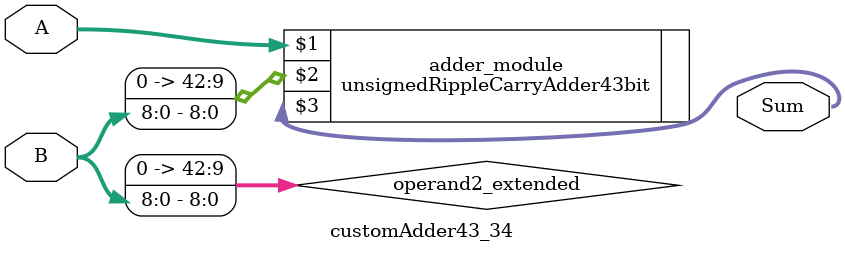
<source format=v>
module customAdder43_34(
                        input [42 : 0] A,
                        input [8 : 0] B,
                        
                        output [43 : 0] Sum
                );

        wire [42 : 0] operand2_extended;
        
        assign operand2_extended =  {34'b0, B};
        
        unsignedRippleCarryAdder43bit adder_module(
            A,
            operand2_extended,
            Sum
        );
        
        endmodule
        
</source>
